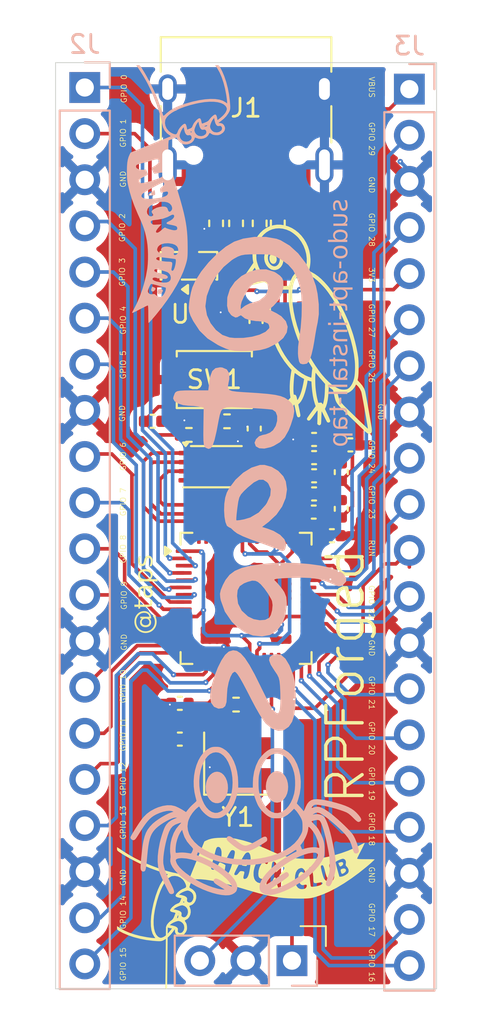
<source format=kicad_pcb>
(kicad_pcb (version 20241229) (generator "pcbnew") (generator_version "9.0")
  (layers (0 "F.Cu" jumper) (2 "B.Cu" signal) (13 "F.Paste" user) (15 "B.Paste" user) (5 "F.SilkS" user "F.Silkscreen") (7 "B.SilkS" user "B.Silkscreen") (1 "F.Mask" user) (3 "B.Mask" user) (25 "Edge.Cuts" user))
  (net 0 "")
  (net 1 "+1V1")
  (net 2 "+3V3")
  (net 3 "VBUS")
  (net 4 "Net-(C15-Pad1)")
  (net 5 "XIN")
  (net 6 "Net-(J1-CC1)")
  (net 7 "D -")
  (net 8 "D +")
  (net 9 "Net-(J1-CC2)")
  (net 10 "GPIO 3")
  (net 11 "GPI 10")
  (net 12 "GPI 14")
  (net 13 "GPIO 7")
  (net 14 "GPIO 4")
  (net 15 "GPIO 9")
  (net 16 "GPIO 2")
  (net 17 "GPI 13")
  (net 18 "GPI 15")
  (net 19 "GPI 0")
  (net 20 "GPIO 6")
  (net 21 "GPIO 8")
  (net 22 "GPIO 5")
  (net 23 "GPI 11")
  (net 24 "GPIO 1")
  (net 25 "GPI 12")
  (net 26 "GPI 21")
  (net 27 "GPI 23")
  (net 28 "GPI 28")
  (net 29 "GPI 19")
  (net 30 "GPI 24")
  (net 31 "GPI 18")
  (net 32 "GPI 20")
  (net 33 "GPI 22")
  (net 34 "GPI 29")
  (net 35 "GPI 16")
  (net 36 "GPI 26")
  (net 37 "RUN")
  (net 38 "GPI 27")
  (net 39 "GPI 17")
  (net 40 "SWD")
  (net 41 "SWCLK")
  (net 42 "Net-(U1-USB_DP)")
  (net 43 "Net-(U1-USB_DM)")
  (net 44 "XOUT")
  (net 45 "QSPI_SS")
  (net 46 "Net-(R7-Pad2)")
  (net 47 "QSPI_SD2")
  (net 48 "QSPI_SD1")
  (net 49 "QSPI_SD3")
  (net 51 "QSPI_SCLK")
  (net 52 "QSPI_SD0")
  (net 53 "GND")
  (footprint "Capacitor_SMD:C_0402_1005Metric" (layer "F.Cu") (at 66.7 40.9 90)
    (property "Reference" "C9" (hide yes))
    (property "Value" "0.1uF")
  )
  (footprint "Capacitor_SMD:C_0402_1005Metric" (layer "F.Cu") (at 62.6 56.03 180)
    (property "Reference" "C16" (hide yes))
    (property "Value" "33pF")
  )
  (footprint "Capacitor_SMD:C_0402_1005Metric" (layer "F.Cu") (at 71.5 45.32 90)
    (property "Reference" "C5" (hide yes))
    (property "Value" "0.1uF")
  )
  (footprint "Capacitor_SMD:C_0402_1005Metric" (layer "F.Cu") (at 70 42.5 180)
    (property "Reference" "C7" (hide yes))
    (property "Value" "0.1uF")
  )
  (footprint "Capacitor_SMD:C_0402_1005Metric" (layer "F.Cu") (at 70 41.5 180)
    (property "Reference" "C11" (hide yes))
    (property "Value" "0.1uF")
  )
  (footprint "NEW RES:R_0402_1005Metric" (layer "F.Cu") (at 63.1 41.25 180)
    (property "Reference" "R6" (hide yes))
    (property "Value" "10k")
  )
  (footprint "NEW RES:R_0402_1005Metric" (layer "F.Cu") (at 68 29.6 -90)
    (property "Reference" "R1" (hide yes))
    (property "Value" "5.1k")
  )
  (footprint "NEW RES:R_0402_1005Metric" (layer "F.Cu") (at 67 29.6 -90)
    (property "Reference" "R4" (hide yes))
    (property "Value" "27")
  )
  (footprint "Capacitor_SMD:C_0402_1005Metric" (layer "F.Cu") (at 69.98 45.5)
    (property "Reference" "C3" (hide yes))
    (property "Value" "0.1uF")
  )
  (footprint "NEW RES:R_0402_1005Metric" (layer "F.Cu") (at 65.2 40.5)
    (property "Reference" "R7" (hide yes))
    (property "Value" "1k")
  )
  (footprint "Capacitor_SMD:C_0201_0603Metric" (layer "F.Cu") (at 62.8 29.3)
    (property "Reference" "C13" (hide yes))
    (property "Value" "10uF")
  )
  (footprint "Capacitor_SMD:C_0402_1005Metric" (layer "F.Cu") (at 70.98 46.8)
    (property "Reference" "C10" (hide yes))
    (property "Value" "0.1uF")
  )
  (footprint "Package_SON:Winbond_USON-8-1EP_3x2mm_P0.5mm_EP0.2x1.6mm" (layer "F.Cu") (at 64.4 43)
    (property "Reference" "U3" (hide yes))
    (property "Value" "W25Q128JVS")
  )
  (footprint "Connector_USB:USB_C_Receptacle_HRO_TYPE-C-31-M-12" (layer "F.Cu") (at 66.25 23.25 180)
    (property "Reference" "J1")
    (property "Value" "USB_C_Receptacle_USB2.0_14P")
  )
  (footprint "LOGO" (layer "F.Cu") (at 66.25 66.25)
    (property "Reference" "G***" (hide yes))
    (property "Value" "LOGO" (hide yes))
  )
  (footprint "Capacitor_SMD:C_0402_1005Metric" (layer "F.Cu") (at 70 43.5)
    (property "Reference" "C1" (hide yes))
    (property "Value" "1uF")
  )
  (footprint "Capacitor_SMD:C_0402_1005Metric" (layer "F.Cu") (at 62.6 58 180)
    (property "Reference" "C15" (hide yes))
    (property "Value" "33pF")
  )
  (footprint "LOGO" (layer "F.Cu") (at 69.5 35.5)
    (property "Reference" "G***" (hide yes))
    (property "Value" "LOGO" (hide yes))
  )
  (footprint "Button_Switch_SMD:SW_Push_SPST_NO_Alps_SKRK" (layer "F.Cu") (at 64.5 38.2)
    (property "Reference" "SW1")
    (property "Value" "SW_Push")
  )
  (footprint "NEW RES:R_0402_1005Metric" (layer "F.Cu") (at 64.6 29.6 -90)
    (property "Reference" "R2" (hide yes))
    (property "Value" "5.1k")
  )
  (footprint "Capacitor_SMD:C_0402_1005Metric" (layer "F.Cu") (at 71.5 43.3 90)
    (property "Reference" "C8" (hide yes))
    (property "Value" "0.1uF")
  )
  (footprint "NEW RES:R_0402_1005Metric" (layer "F.Cu") (at 65.7 29.6 -90)
    (property "Reference" "R3" (hide yes))
    (property "Value" "27")
  )
  (footprint "Package_TO_SOT_SMD:SOT-23" (layer "F.Cu") (at 63.1 31.9375 90)
    (property "Reference" "U4")
    (property "Value" "MCP1700x-330xxTT")
  )
  (footprint "Capacitor_SMD:C_0402_1005Metric" (layer "F.Cu") (at 66.8 34.98 90)
    (property "Reference" "C4" (hide yes))
    (property "Value" "10uF")
  )
  (footprint "Crystal:Crystal_SMD_3225-4Pin_3.2x2.5mm" (layer "F.Cu") (at 66 59.35)
    (property "Reference" "Y1")
    (property "Value" "12 MHz")
  )
  (footprint "Capacitor_SMD:C_0402_1005Metric" (layer "F.Cu") (at 72 41.8)
    (property "Reference" "C6" (hide yes))
    (property "Value" "0.1uF")
  )
  (footprint "Capacitor_SMD:C_0402_1005Metric" (layer "F.Cu") (at 70 44.5)
    (property "Reference" "C2" (hide yes))
    (property "Value" "0.1uF")
  )
  (footprint "Capacitor_SMD:C_0201_0603Metric" (layer "F.Cu") (at 65.1 33.6 90)
    (property "Reference" "C14" (hide yes))
    (property "Value" "10uF")
  )
  (footprint "Package_DFN_QFN:QFN-56-1EP_7x7mm_P0.4mm_EP3.2x3.2mm" (layer "F.Cu") (at 66.25 50.25)
    (property "Reference" "U1" (hide yes))
    (property "Value" "RP2040")
  )
  (footprint "NEW RES:R_0402_1005Metric" (layer "F.Cu") (at 65.7 56.1)
    (property "Reference" "R5" (hide yes))
    (property "Value" "1k")
  )
  (footprint "Capacitor_SMD:C_0402_1005Metric" (layer "F.Cu") (at 61.1 40.5)
    (property "Reference" "C17" (hide yes))
    (property "Value" "0.1uF")
  )
  (footprint "Connector_PinHeader_2.54mm:PinHeader_1x20_P2.54mm_Vertical" (layer "B.Cu") (at 57.36 22.12 180)
    (property "Reference" "J2")
    (property "Value" "Conn_01x20")
  )
  (footprint "LOGO" (layer "B.Cu") (at 66.083721 43.75 -90)
    (property "Reference" "G***" (hide yes))
    (property "Value" "LOGO" (hide yes))
  )
  (footprint "Connector_PinHeader_2.54mm:PinHeader_1x03_P2.54mm_Vertical" (layer "B.Cu") (at 68.78 70.2 90)
    (property "Reference" "J4" (hide yes))
    (property "Value" "Conn_01x03" (hide yes))
  )
  (footprint "LOGO" (layer "B.Cu") (at 66.25 62.5 180)
    (property "Reference" "G***" (hide yes))
    (property "Value" "LOGO" (hide yes))
  )
  (footprint "Connector_PinHeader_2.54mm:PinHeader_1x20_P2.54mm_Vertical" (layer "B.Cu") (at 75.25 22.21 180)
    (property "Reference" "J3")
    (property "Value" "Conn_01x20")
  )
  (footprint "LOGO" (layer "B.Cu") (at 62.5 28 -90)
    (property "Reference" "G***" (hide yes))
    (property "Value" "LOGO" (hide yes))
  )
  (gr_line (start 70.55 68.3) (end 70.6 68.3) (stroke (width 0.1)) (layer "F.SilkS"))
  (gr_line (start 70.6 68.3) (end 70.65 68.3) (stroke (width 0.1)) (layer "F.SilkS"))
  (gr_line (start 70.65 68.3) (end 70.65 69.4) (stroke (width 0.1)) (layer "F.SilkS"))
  (gr_line (start 69.25 68.3) (end 70.55 68.3) (stroke (width 0.1)) (layer "F.SilkS"))
  (gr_line (start 61.884859 68.351076) (end 61.85 71.7) (stroke (width 0.1)) (layer "F.SilkS"))
  (gr_rect (start 55.75 20.75) (end 76.75 71.75) (stroke (width 0.05)) (fill no) (layer "Edge.Cuts"))
  (gr_text "GPIO 19" (at 73 59.5 270) (layer "F.SilkS") (effects (font (size 0.3 0.3) (thickness 0.0375)) (justify left bottom)))
  (gr_text "GPIO 27" (at 73 34 270) (layer "F.SilkS") (effects (font (size 0.3 0.3) (thickness 0.0375)) (justify left bottom)))
  (gr_text "GND" (at 59.7 53.15 90) (layer "F.SilkS") (effects (font (size 0.3 0.3) (thickness 0.0375)) (justify left bottom)))
  (gr_text "GPIO 22" (at 73 49.5 270) (layer "F.SilkS") (effects (font (size 0.3 0.3) (thickness 0.0375)) (justify left bottom)))
  (gr_text "GPIO 20" (at 73 57 270) (layer "F.SilkS") (effects (font (size 0.3 0.3) (thickness 0.0375)) (justify left bottom)))
  (gr_text "GPIO 4" (at 59.65 35.75 90) (layer "F.SilkS") (effects (font (size 0.3 0.3) (thickness 0.0375)) (justify left bottom)))
  (gr_text "RPForged" (at 72.9 61.7 90) (layer "F.SilkS") (effects (font (size 2 2) (thickness 0.1875) (bold yes)) (justify left bottom)))
  (gr_text "GPIO 5" (at 59.65 38.2 90) (layer "F.SilkS") (effects (font (size 0.3 0.3) (thickness 0.0375)) (justify left bottom)))
  (gr_text "GPIO 6" (at 59.65 43.25 90) (layer "F.SilkS") (effects (font (size 0.3 0.3) (thickness 0.0375)) (justify left bottom)))
  (gr_text "GPIO 7" (at 59.65 45.75 90) (layer "F.SilkS") (effects (font (size 0.3 0.3) (thickness 0.0375)) (justify left bottom)))
  (gr_text "GPIO 3" (at 59.6 33.1 90) (layer "F.SilkS") (effects (font (size 0.3 0.3) (thickness 0.0375)) (justify left bottom)))
  (gr_text "GPIO 13" (at 59.65 63.55 90) (layer "F.SilkS") (effects (font (size 0.3 0.3) (thickness 0.0375)) (justify left bottom)))
  (gr_text "GPIO 1" (at 59.65 25.45 90) (layer "F.SilkS") (effects (font (size 0.3 0.3) (thickness 0.0375)) (justify left bottom)))
  (gr_text "GPIO 15" (at 59.65 71.35 90) (layer "F.SilkS") (effects (font (size 0.3 0.3) (thickness 0.0375)) (justify left bottom)))
  (gr_text "GPIO 12" (at 59.65 61.15 90) (layer "F.SilkS") (effects (font (size 0.3 0.3) (thickness 0.0375)) (justify left bottom)))
  (gr_text "GPIO 18" (at 73 62 270) (layer "F.SilkS") (effects (font (size 0.3 0.3) (thickness 0.0375)) (justify left bottom)))
  (gr_text "GPIO 17" (at 73 67 270) (layer "F.SilkS") (effects (font (size 0.3 0.3) (thickness 0.0375)) (justify left bottom)))
  (gr_text "GPIO 14" (at 59.65 68.5 90) (layer "F.SilkS") (effects (font (size 0.3 0.3) (thickness 0.0375)) (justify left bottom)))
  (gr_text "GND" (at 73 52.5 270) (layer "F.SilkS") (effects (font (size 0.3 0.3) (thickness 0.0375)) (justify left bottom)))
  (gr_text "3V3" (at 73 32 270) (layer "F.SilkS") (effects (font (size 0.3 0.3) (thickness 0.0375)) (justify left bottom)))
  (gr_text "GND" (at 59.65 27.65 90) (layer "F.SilkS") (effects (font (size 0.3 0.3) (thickness 0.0375)) (justify left bottom)))
  (gr_text "GPIO 29" (at 73 24 270) (layer "F.SilkS") (effects (font (size 0.3 0.3) (thickness 0.0375)) (justify left bottom)))
  (gr_text "GPIO 28" (at 73 29 270) (layer "F.SilkS") (effects (font (size 0.3 0.3) (thickness 0.0375)) (justify left bottom)))
  (gr_text "GPIO 2" (at 59.6 30.65 90) (layer "F.SilkS") (effects (font (size 0.3 0.3) (thickness 0.0375)) (justify left bottom)))
  (gr_text "VBUS" (at 73 21.5 270) (layer "F.SilkS") (effects (font (size 0.3 0.3) (thickness 0.0375)) (justify left bottom)))
  (gr_text "GPIO 26" (at 73 36.5 270) (layer "F.SilkS") (effects (font (size 0.3 0.3) (thickness 0.0375)) (justify left bottom)))
  (gr_text "GPIO 16" (at 73 69.5 270) (layer "F.SilkS") (effects (font (size 0.3 0.3) (thickness 0.0375)) (justify left bottom)))
  (gr_text "GND" (at 73 65 270) (layer "F.SilkS") (effects (font (size 0.3 0.3) (thickness 0.0375)) (justify left bottom)))
  (gr_text "@taps" (at 61.25 52.25 90) (layer "F.SilkS") (effects (font (size 1 1) (thickness 0.1875)) (justify left bottom)))
  (gr_text "GND" (at 73 27 270) (layer "F.SilkS") (effects (font (size 0.3 0.3) (thickness 0.0375)) (justify left bottom)))
  (gr_text "GPIO 9" (at 59.7 50.9 90) (layer "F.SilkS") (effects (font (size 0.3 0.3) (thickness 0.0375)) (justify left bottom)))
  (gr_text "GPIO 8" (at 59.65 48.35 90) (layer "F.SilkS") (effects (font (size 0.3 0.3) (thickness 0.0375)) (justify left bottom)))
  (gr_text "GPIO 11" (at 59.65 58.7 90) (layer "F.SilkS") (effects (font (size 0.3 0.3) (thickness 0.0375)) (justify left bottom)))
  (gr_text "GPIO 24" (at 73 41.5 270) (layer "F.SilkS") (effects (font (size 0.3 0.3) (thickness 0.0375)) (justify left bottom)))
  (gr_text "GND" (at 73.5 39.5 270) (layer "F.SilkS") (effects (font (size 0.3 0.3) (thickness 0.0375)) (justify left bottom)))
  (gr_text "GND" (at 59.65 66.1 90) (layer "F.SilkS") (effects (font (size 0.3 0.3) (thickness 0.0375)) (justify left bottom)))
  (gr_text "GPIO 10" (at 59.65 56.05 90) (layer "F.SilkS") (effects (font (size 0.3 0.3) (thickness 0.0375)) (justify left bottom)))
  (gr_text "GPIO 23" (at 73 44 270) (layer "F.SilkS") (effects (font (size 0.3 0.3) (thickness 0.0375)) (justify left bottom)))
  (gr_text "RUN" (at 73 47 270) (layer "F.SilkS") (effects (font (size 0.3 0.3) (thickness 0.0375)) (justify left bottom)))
  (gr_text "GND" (at 59.6 40.55 90) (layer "F.SilkS") (effects (font (size 0.3 0.3) (thickness 0.0375)) (justify left bottom)))
  (gr_text "GPIO 0" (at 59.7 23 90) (layer "F.SilkS") (effects (font (size 0.3 0.3) (thickness 0.0375)) (justify left bottom)))
  (gr_text "GPIO 21" (at 73 54.5 270) (layer "F.SilkS") (effects (font (size 0.3 0.3) (thickness 0.0375)) (justify left bottom)))
  (gr_text "sudo-apt-install-tap" (at 72 28.25 90) (layer "B.SilkS") (effects (font (size 1 1) (thickness 0.1875)) (justify left bottom mirror)))
  (segment (start 68.05 45.85) (end 68.05 46.8125) (width 0.2) (layer "F.Cu") (net 1))
  (segment (start 67 53.002226) (end 67 52.75) (width 0.2) (layer "F.Cu") (net 1))
  (segment (start 68.4 45.5) (end 68.05 45.85) (width 0.2) (layer "F.Cu") (net 1))
  (segment (start 66.85 53.6875) (end 66.85 53.152226) (width 0.2) (layer "F.Cu") (net 1))
  (segment (start 66.05 46.8125) (end 66.05 47.65) (width 0.2) (layer "F.Cu") (net 1))
  (segment (start 68.05 47.403703) (end 67.918873 47.53483) (width 0.2) (layer "F.Cu") (net 1))
  (segment (start 69.52 43.5) (end 69.52 45.48) (width 0.2) (layer "F.Cu") (net 1))
  (segment (start 69.5 45.5) (end 68.4 45.5) (width 0.2) (layer "F.Cu") (net 1))
  (segment (start 69.52 45.48) (end 69.5 45.5) (width 0.2) (layer "F.Cu") (net 1))
  (segment (start 66.85 53.152226) (end 67 53.002226) (width 0.2) (layer "F.Cu") (net 1))
  (segment (start 68.05 46.8125) (end 68.05 47.403703) (width 0.2) (layer "F.Cu") (net 1))
  (segment (start 66.05 47.65) (end 66.2 47.8) (width 0.2) (layer "F.Cu") (net 1))
  (via micro (at 66.2 47.8) (size 0.3) (drill 0.1) (layers "F.Cu" "B.Cu") (net 1))
  (via micro (at 67.918873 47.53483) (size 0.3) (drill 0.1) (layers "F.Cu" "B.Cu") (net 1))
  (via micro (at 67 52.75) (size 0.3) (drill 0.1) (layers "F.Cu" "B.Cu") (net 1))
  (segment (start 68.651002 48.313191) (end 68.651002 52.116098) (width 0.2) (layer "B.Cu") (net 1))
  (segment (start 67.653703 47.8) (end 67.918873 47.53483) (width 0.2) (layer "B.Cu") (net 1))
  (segment (start 68.137811 47.8) (end 68.651002 48.313191) (width 0.2) (layer "B.Cu") (net 1))
  (segment (start 66.2 47.8) (end 66.6 47.8) (width 0.2) (layer "B.Cu") (net 1))
  (segment (start 66.6 47.8) (end 68.137811 47.8) (width 0.2) (layer "B.Cu") (net 1))
  (segment (start 68.651002 52.116098) (end 68.0171 52.75) (width 0.2) (layer "B.Cu") (net 1))
  (segment (start 68.0171 52.75) (end 67 52.75) (width 0.2) (layer "B.Cu") (net 1))
  (segment (start 66.6 47.8) (end 67.653703 47.8) (width 0.2) (layer "B.Cu") (net 1))
  (segment (start 66.7 41.722) (end 67.378 42.4) (width 0.2) (layer "F.Cu") (net 2))
  (segment (start 68.200002 51.7) (end 68.200002 51.499998) (width 0.2) (layer "F.Cu") (net 2))
  (segment (start 70.5 46.8) (end 70.5 46.8375) (width 0.2) (layer "F.Cu") (net 2))
  (segment (start 61.37 41.25) (end 60.62 40.5) (width 0.2) (layer "F.Cu") (net 2))
  (segment (start 64.455 33.28) (end 64.05 32.875) (width 0.2) (layer "F.Cu") (net 2))
  (segment (start 66.78 33.28) (end 66.85 33.35) (width 0.2) (layer "F.Cu") (net 2))
  (segment (start 72.111 44.391) (end 72.111 45.189) (width 0.2) (layer "F.Cu") (net 2))
  (segment (start 74.37 33.25) (end 75.25 32.37) (width 0.2) (layer "F.Cu") (net 2))
  (segment (start 69.2 33.25) (end 74.37 33.25) (width 0.2) (layer "F.Cu") (net 2))
  (segment (start 66.9 47.7) (end 66.45 47.25) (width 0.2) (layer "F.Cu") (net 2))
  (segment (start 70.5 46.8) (end 71.5 45.8) (width 0.2) (layer "F.Cu") (net 2))
  (segment (start 60.62 40.5) (end 61.42 39.7) (width 0.2) (layer "F.Cu") (net 2))
  (segment (start 66.848 46.8105) (end 66.85 46.8125) (width 0.2) (layer "F.Cu") (net 2))
  (segment (start 66.45 47.25) (end 66.45 46.8125) (width 0.2) (layer "F.Cu") (net 2))
  (segment (start 67.378 40.702) (end 67.378 36.038) (width 0.2) (layer "F.Cu") (net 2))
  (segment (start 68.85 46.8125) (end 68.45 46.8125) (width 0.2) (layer "F.Cu") (net 2))
  (segment (start 66.8 35.46) (end 67.378 36.038) (width 0.2) (layer "F.Cu") (net 2))
  (segment (start 63.5 39.7) (end 64.05 39.15) (width 0.2) (layer "F.Cu") (net 2))
  (segment (start 67.378 42.4) (end 67.378 44.7878) (width 0.2) (layer "F.Cu") (net 2))
  (segment (start 70.48 42.5) (end 70.82 42.5) (width 0.2) (layer "F.Cu") (net 2))
  (segment (start 66.7 41.38) (end 67.378 40.702) (width 0.2) (layer "F.Cu") (net 2))
  (segment (start 65.1 33.28) (end 64.455 33.28) (width 0.2) (layer "F.Cu") (net 2))
  (segment (start 63.75 47.65) (end 63.8 47.7) (width 0.2) (layer "F.Cu") (net 2))
  (segment (start 67.378 44.7878) (end 66.848 45.3178) (width 0.2) (layer "F.Cu") (net 2))
  (segment (start 66.7 41.38) (end 66.7 41.722) (width 0.2) (layer "F.Cu") (net 2))
  (segment (start 64.05 36.1) (end 64.05 32.875) (width 0.2) (layer "F.Cu") (net 2))
  (segment (start 63.55 51.25) (end 62.8125 51.25) (width 0.2) (layer "F.Cu") (net 2))
  (segment (start 62.59 41.25) (end 61.37 41.25) (width 0.2) (layer "F.Cu") (net 2))
  (segment (start 66 52.3) (end 66.45 52.75) (width 0.2) (layer "F.Cu") (net 2))
  (segment (start 70.48 41.5) (end 70.48 42.5) (width 0.2) (layer "F.Cu") (net 2))
  (segment (start 71.52 41.8) (end 72.111 42.391) (width 0.2) (layer "F.Cu") (net 2))
  (segment (start 64.05 39.15) (end 64.05 36.1) (width 0.2) (layer "F.Cu") (net 2))
  (segment (start 72.111 42.391) (end 72.111 43.169) (width 0.2) (layer "F.Cu") (net 2))
  (segment (start 68.1 48.4) (end 67.4 47.7) (width 0.2) (layer "F.Cu") (net 2))
  (segment (start 72.111 43.169) (end 71.5 43.78) (width 0.2) (layer "F.Cu") (net 2))
  (segment (start 70.5 46.8375) (end 69.6875 47.65) (width 0.2) (layer "F.Cu") (net 2))
  (segment (start 66.8 35.46) (end 64.69 35.46) (width 0.2) (layer "F.Cu") (net 2))
  (segment (start 62.8125 47.65) (end 63.75 47.65) (width 0.2) (layer "F.Cu") (net 2))
  (segment (start 61.42 39.7) (end 63.5 39.7) (width 0.2) (layer "F.Cu") (net 2))
  (segment (start 66.45 52.75) (end 66.45 53.6875) (width 0.2) (layer "F.Cu") (net 2))
  (segment (start 64.69 35.46) (end 64.05 36.1) (width 0.2) (layer "F.Cu") (net 2))
  (segment (start 63.9 50.9) (end 63.55 51.25) (width 0.2) (layer "F.Cu") (net 2))
  (segment (start 68.200002 51.499998) (end 68.45 51.25) (width 0.2) (layer "F.Cu") (net 2))
  (segment (start 68.1 48.4) (end 68.8 47.7) (width 0.2) (layer "F.Cu") (net 2))
  (segment (start 65.1 33.28) (end 66.78 33.28) (width 0.2) (layer "F.Cu") (net 2))
  (segment (start 72.111 45.189) (end 71.5 45.8) (width 0.2) (layer "F.Cu") (net 2))
  (segment (start 69.6875 47.65) (end 68.85 46.8125) (width 0.2) (layer "F.Cu") (net 2))
  (segment (start 66.85 46.8125) (end 66.45 46.8125) (width 0.2) (layer "F.Cu") (net 2))
  (segment (start 68.8 46.8625) (end 68.85 46.8125) (width 0.2) (layer "F.Cu") (net 2))
  (segment (start 67.4 47.7) (end 66.9 47.7) (width 0.2) (layer "F.Cu") (net 2))
  (segment (start 70.82 42.5) (end 71.52 41.8) (width 0.2) (layer "F.Cu") (net 2))
  (segment (start 66.848 45.3178) (end 66.848 46.8105) (width 0.2) (layer "F.Cu") (net 2))
  (segment (start 68.8 47.7) (end 68.8 46.8625) (width 0.2) (layer "F.Cu") (net 2))
  (segment (start 71.5 43.78) (end 72.111 44.391) (width 0.2) (layer "F.Cu") (net 2))
  (segment (start 68.45 51.25) (end 69.6875 51.25) (width 0.2) (layer "F.Cu") (net 2))
  (via micro (at 68.200002 51.7) (size 0.3) (drill 0.1) (layers "F.Cu" "B.Cu") (net 2))
  (via micro (at 66 52.3) (size 0.3) (drill 0.1) (layers "F.Cu" "B.Cu") (net 2))
  (via micro (at 69.2 33.25) (size 0.3) (drill 0.1) (layers "F.Cu" "B.Cu") (net 2))
  (via micro (at 66.85 33.35) (size 0.3) (drill 0.1) (layers "F.Cu" "B.Cu") (net 2))
  (via micro (at 63.8 47.7) (size 0.3) (drill 0.1) (layers "F.Cu" "B.Cu") (net 2))
  (via micro (at 63.9 50.9) (size 0.3) (drill 0.1) (layers "F.Cu" "B.Cu") (net 2))
  (via micro (at 68.1 48.4) (size 0.3) (drill 0.1) (layers "F.Cu" "B.Cu") (net 2))
  (segment (start 63.9 47.8) (end 63.9 50.7) (width 0.2) (layer "B.Cu") (net 2))
  (segment (start 65.7 52.3) (end 67.9 52.3) (width 0.2) (layer "B.Cu") (net 2))
  (segment (start 64.1 52.3) (end 65.3 52.3) (width 0.2) (layer "B.Cu") (net 2))
  (segment (start 63.9 52.1) (end 64.1 52.3) (width 0.2) (layer "B.Cu") (net 2))
  (segment (start 68.200002 51.999998) (end 68.200002 51.7) (width 0.2) (layer "B.Cu") (net 2))
  (segment (start 65.7 52.3) (end 66 52.3) (width 0.2) (layer "B.Cu") (net 2))
  (segment (start 68.1 52.1) (end 68.200002 51.999998) (width 0.2) (layer "B.Cu") (net 2))
  (segment (start 65.3 52.3) (end 65.7 52.3) (width 0.2) (layer "B.Cu") (net 2))
  (segment (start 66.85 33.35) (end 69.1 33.35) (width 0.2) (layer "B.Cu") (net 2))
  (segment (start 69.1 33.35) (end 69.2 33.25) (width 0.2) (layer "B.Cu") (net 2))
  (segment (start 68.1 52.1) (end 68.1 48.4) (width 0.2) (layer "B.Cu") (net 2))
  (segment (start 67.9 52.3) (end 68.1 52.1) (width 0.2) (layer "B.Cu") (net 2))
  (segment (start 63.9 50.7) (end 63.9 50.9) (width 0.2) (layer "B.Cu") (net 2))
  (segment (start 63.9 50.7) (end 63.9 52.1) (width 0.2) (layer "B.Cu") (net 2))
  (segment (start 63.8 47.7) (end 63.9 47.8) (width 0.2) (layer "B.Cu") (net 2))
  (segment (start 68.59 26.26) (end 68.198 25.868) (width 0.2) (layer "F.Cu") (net 3))
  (segment (start 70.803702 23.301) (end 74.159 23.301) (width 0.2) (layer "F.Cu") (net 3))
  (segment (start 74.159 23.301) (end 75.25 22.21) (width 0.2) (layer "F.Cu") (net 3))
  (segment (start 63.1 29.32) (end 63.12 29.3) (width 0.2) (layer "F.Cu") (net 3))
  (segment (start 68.59 26.26) (end 68.514 26.184) (width 0.2) (layer "F.Cu") (net 3))
  (segment (start 68.7 27.295) (end 68.7 26.37) (width 0.2) (layer "F.Cu") (net 3))
  (segment (start 68.7 26.37) (end 68.59 26.26) (width 0.2) (layer "F.Cu") (net 3))
  (segment (start 63.8 26.295298) (end 63.8 27.295) (width 0.2) (layer "F.Cu") (net 3))
  (segment (start 68.198 25.868) (end 64.227298 25.868) (width 0.2) (layer "F.Cu") (net 3))
  (segment (start 63.8 28.62) (end 63.8 27.295) (width 0.2) (layer "F.Cu") (net 3))
  (segment (start 63.1 31) (end 63.1 29.32) (width 0.2) (layer "F.Cu") (net 3))
  (segment (start 64.227298 25.868) (end 63.8 26.295298) (width 0.2) (layer "F.Cu") (net 3))
  (segment (start 63.12 29.3) (end 63.8 28.62) (width 0.2) (layer "F.Cu") (net 3))
  (segment (start 68.514 26.184) (end 68.514 25.590702) (width 0.2) (layer "F.Cu") (net 3))
  (segment (start 68.514 25.590702) (end 70.803702 23.301) (width 0.2) (layer "F.Cu") (net 3))
  (segment (start 64.9 58.5) (end 64.9 58.4) (width 0.2) (layer "F.Cu") (net 4))
  (segment (start 63.08 58) (end 64.4 58) (width 0.2) (layer "F.Cu") (net 4))
  (segment (start 64.4 58) (end 64.9 58.5) (width 0.2) (layer "F.Cu") (net 4))
  (segment (start 64.9 58.4) (end 65.19 58.11) (width 0.2) (layer "F.Cu") (net 4))
  (segment (start 65.19 58.11) (end 65.19 56.1) (width 0.2) (layer "F.Cu") (net 4))
  (segment (start 66.6 61.6) (end 67.1 61.1) (width 0.2) (layer "F.Cu") (net 5))
  (segment (start 62.6 57) (end 62.18245 57) (width 0.2) (layer "F.Cu") (net 5))
  (segment (start 62.4 61.6) (end 66.6 61.6) (width 0.2) (layer "F.Cu") (net 5))
  (segment (start 62.18245 57) (end 61.539 57.64345) (width 0.2) (layer "F.Cu") (net 5))
  (segment (start 63.08 56.52) (end 62.6 57) (width 0.2) (layer "F.Cu") (net 5))
  (segment (start 65.65 54.548645) (end 64.168645 56.03) (width 0.2) (layer "F.Cu") (net 5))
  (segment (start 64.168645 56.03) (end 63.08 56.03) (width 0.2) (layer "F.Cu") (net 5))
  (segment (start 61.539 57.64345) (end 61.539 60.739) (width 0.2) (layer "F.Cu") (net 5))
  (segment (start 61.539 60.739) (end 62.4 61.6) (width 0.2) (layer "F.Cu") (net 5))
  (segment (start 65.65 53.6875) (end 65.65 54.548645) (width 0.2) (layer "F.Cu") (net 5))
  (segment (start 67.1 61.1) (end 67.1 60.2) (width 0.2) (layer "F.Cu") (net 5))
  (segment (start 63.08 56.03) (end 63.08 56.52) (width 0.2) (layer "F.Cu") (net 5))
  (segment (start 68 29.09) (end 67.5 28.59) (width 0.2) (layer "F.Cu") (net 6))
  (segment (start 67.5 28.59) (end 67.5 27.295) (width 0.2) (layer "F.Cu") (net 6))
  (segment (start 67 28.2) (end 67 27.295) (width 0.2) (layer "F.Cu") (net 7))
  (segment (start 67 27.295) (end 67 29.09) (width 0.2) (layer "F.Cu") (net 7))
  (segment (start 66.879 28.321) (end 67 28.2) (width 0.2) (layer "F.Cu") (net 7))
  (segment (start 66 27.295) (end 66 28.272) (width 0.2) (layer "F.Cu") (net 7))
  (segment (start 66.049 28.321) (end 66.879 28.321) (width 0.2) (layer "F.Cu") (net 7))
  (segment (start 66 28.272) (end 66.049 28.321) (width 0.2) (layer "F.Cu") (net 7))
  (segment (start 66.451 26.269) (end 66.5 26.318) (width 0.2) (layer "F.Cu") (net 8))
  (segment (start 66.5 26.318) (end 66.5 27.295) (width 0.2) (layer "F.Cu") (net 8))
  (segment (start 65.7 29.09) (end 65.5 28.89) (width 0.2) (layer "F.Cu") (net 8))
  (segment (start 65.5 26.318) (end 65.549 26.269) (width 0.2) (layer "F.Cu") (net 8))
  (segment (start 65.549 26.269) (end 66.451 26.269) (width 0.2) (layer "F.Cu") (net 8))
  (segment (start 65.5 27.295) (end 65.5 26.318) (width 0.2) (layer "F.Cu") (net 8))
  (segment (start 65.5 28.89) (end 65.5 27.295) (width 0.2) (layer "F.Cu") (net 8))
  (segment (start 64.5 28.99) (end 64.5 27.295) (width 0.2) (layer "F.Cu") (net 9))
  (segment (start 64.6 29.09) (end 64.5 28.99) (width 0.2) (layer "F.Cu") (net 9))
  (segment (start 63.413039 49.25) (end 63.45 49.213039) (width 0.2) (layer "F.Cu") (net 10))
  (segment (start 62.8125 49.25) (end 63.413039 49.25) (width 0.2) (layer "F.Cu") (net 10))
  (via micro (at 63.45 49.213039) (size 0.3) (drill 0.1) (layers "F.Cu" "B.Cu") (net 10))
  (segment (start 59.740067 41.324267) (end 59.740067 33.090067) (width 0.2) (layer "B.Cu") (net 10))
  (segment (start 61.863189 49.301) (end 60.998 48.435811) (width 0.2) (layer "B.Cu") (net 10))
  (segment (start 63.45 49.213039) (end 63.362039 49.301) (width 0.2) (layer "B.Cu") (net 10))
  (segment (start 58.93 32.28) (end 57.36 32.28) (width 0.2) (layer "B.Cu") (net 10))
  (segment (start 59.740067 33.090067) (end 58.93 32.28) (width 0.2) (layer "B.Cu") (net 10))
  (segment (start 60.998 42.5822) (end 59.740067 41.324267) (width 0.2) (layer "B.Cu") (net 10))
  (segment (start 63.362039 49.301) (end 61.863189 49.301) (width 0.2) (layer "B.Cu") (net 10))
  (segment (start 60.998 48.435811) (end 60.998 42.5822) (width 0.2) (layer "B.Cu") (net 10))
  (segment (start 62.8125 52.45) (end 60.05 52.45) (width 0.2) (layer "F.Cu") (net 11))
  (segment (start 60.05 52.45) (end 57.36 55.14) (width 0.2) (layer "F.Cu") (net 11))
  (segment (start 64.45 54.453219) (end 64.025375 54.877844) (width 0.2) (layer "F.Cu") (net 12))
  (segment (start 64.45 53.6875) (end 64.45 54.453219) (width 0.2) (layer "F.Cu") (net 12))
  (via micro (at 64.025375 54.877844) (size 0.3) (drill 0.1) (layers "F.Cu" "B.Cu") (net 12))
  (segment (start 64.025375 54.877844) (end 64.002219 54.901) (width 0.2) (layer "B.Cu") (net 12))
  (segment (start 64.002219 54.901) (end 62.063189 54.901) (width 0.2) (layer "B.Cu") (net 12))
  (segment (start 58.21 67.84) (end 57.36 67.84) (width 0.2) (layer "B.Cu") (net 12))
  (segment (start 60.3671 53.8) (end 59.501 54.6661) (width 0.2) (layer "B.Cu") (net 12))
  (segment (start 60.962189 53.8) (end 60.3671 53.8) (width 0.2) (layer "B.Cu") (net 12))
  (segment (start 62.063189 54.901) (end 60.962189 53.8) (width 0.2) (layer "B.Cu") (net 12))
  (segment (start 59.501 54.6661) (end 59.501 66.549) (width 0.2) (layer "B.Cu") (net 12))
  (segment (start 59.501 66.549) (end 58.21 67.84) (width 0.2) (layer "B.Cu") (net 12))
  (segment (start 62.8125 50.85) (end 62.277226 50.85) (width 0.2) (layer "F.Cu") (net 13))
  (segment (start 62.277226 50.85) (end 62.276226 50.851) (width 0.2) (layer "F.Cu") (net 13))
  (segment (start 61.457781 50.617746) (end 61.691035 50.851) (width 0.2) (layer "F.Cu") (net 13))
  (segment (start 61.691035 50.851) (end 62.276226 50.851) (width 0.2) (layer "F.Cu") (net 13))
  (via micro (at 61.457781 50.617746) (size 0.3) (drill 0.1) (layers "F.Cu" "B.Cu") (net 13))
  (segment (start 59.795 45.4) (end 59.795 48.954965) (width 0.2) (layer "B.Cu") (net 13))
  (segment (start 57.36 44.98) (end 59.375 44.98) (width 0.2) (layer "B.Cu") (net 13))
  (segment (start 59.375 44.98) (end 59.795 45.4) (width 0.2) (layer "B.Cu") (net 13))
  (segment (start 59.795 48.954965) (end 61.457781 50.617746) (width 0.2) (layer "B.Cu") (net 13))
  (segment (start 62.101 49.65) (end 62 49.751) (width 0.2) (layer "F.Cu") (net 14))
  (segment (start 62.8125 49.65) (end 62.101 49.65) (width 0.2) (layer "F.Cu") (net 14))
  (via micro (at 62 49.751) (size 0.3) (drill 0.1) (layers "F.Cu" "B.Cu") (net 14))
  (segment (start 60.597 48.601911) (end 60.597 42.7483) (width 0.2) (layer "B.Cu") (net 14))
  (segment (start 58.67 34.82) (end 57.36 34.82) (width 0.2) (layer "B.Cu") (net 14))
  (segment (start 59.339067 35.45) (end 59.3 35.45) (width 0.2) (layer "B.Cu") (net 14))
  (segment (start 62 49.751) (end 61.746089 49.751) (width 0.2) (layer "B.Cu") (net 14))
  (segment (start 59.3 35.45) (end 58.67 34.82) (width 0.2) (layer "B.Cu") (net 14))
  (segment (start 60.597 42.7483) (end 59.339067 41.490367) (width 0.2) (layer "B.Cu") (net 14))
  (segment (start 59.339067 41.490367) (end 59.339067 35.45) (width 0.2) (layer "B.Cu") (net 14))
  (segment (start 61.746089 49.751) (end 60.597 48.601911) (width 0.2) (layer "B.Cu") (net 14))
  (segment (start 59.66 50.06) (end 57.36 50.06) (width 0.2) (layer "F.Cu") (net 15))
  (segment (start 61.65 52.05) (end 59.66 50.06) (width 0.2) (layer "F.Cu") (net 15))
  (segment (start 62.8125 52.05) (end 61.65 52.05) (width 0.2) (layer "F.Cu") (net 15))
  (segment (start 62.8125 48.85) (end 62.05 48.85) (width 0.2) (layer "F.Cu") (net 16))
  (via micro (at 62.05 48.85) (size 0.3) (drill 0.1) (layers "F.Cu" "B.Cu") (net 16))
  (segment (start 58.65 29.508933) (end 58.65 29.5) (width 0.2) (layer "B.Cu") (net 16))
  (segment (start 61.399 48.199) (end 61.399 42.4161) (width 0.2) (layer "B.Cu") (net 16))
  (segment (start 60.141067 41.158167) (end 60.141067 31) (width 0.2) (layer "B.Cu") (net 16))
  (segment (start 57.6 29.5) (end 57.36 29.74) (width 0.2) (layer "B.Cu") (net 16))
  (segment (start 58.65 29.5) (end 57.6 29.5) (width 0.2) (layer "B.Cu") (net 16))
  (segment (start 61.399 42.4161) (end 60.141067 41.158167) (width 0.2) (layer "B.Cu") (net 16))
  (segment (start 60.141067 31) (end 58.65 29.508933) (width 0.2) (layer "B.Cu") (net 16))
  (segment (start 62.05 48.85) (end 61.399 48.199) (width 0.2) (layer "B.Cu") (net 16))
  (segment (start 62.25 54.45) (end 63.885911 54.45) (width 0.2) (layer "F.Cu") (net 17))
  (segment (start 63.885911 54.45) (end 64.05 54.285911) (width 0.2) (layer "F.Cu") (net 17))
  (segment (start 64.05 54.285911) (end 64.05 53.6875) (width 0.2) (layer "F.Cu") (net 17))
  (via micro (at 62.25 54.45) (size 0.3) (drill 0.1) (layers "F.Cu" "B.Cu") (net 17))
  (segment (start 58.64 62.76) (end 57.36 62.76) (width 0.2) (layer "B.Cu") (net 17))
  (segment (start 62.25 54.45) (end 61.1 53.3) (width 0.2) (layer "B.Cu") (net 17))
  (segment (start 59.1 54.5) (end 59.1 62.3) (width 0.2) (layer "B.Cu") (net 17))
  (segment (start 60.3 53.3) (end 59.1 54.5) (width 0.2) (layer "B.Cu") (net 17))
  (segment (start 59.1 62.3) (end 58.64 62.76) (width 0.2) (layer "B.Cu") (net 17))
  (segment (start 61.1 53.3) (end 60.3 53.3) (width 0.2) (layer "B.Cu") (net 17))
  (segment (start 64.85 54.710834) (end 64.224233 55.336601) (width 0.2) (layer "F.Cu") (net 18))
  (segment (start 64.85 53.6875) (end 64.85 54.710834) (width 0.2) (layer "F.Cu") (net 18))
  (via micro (at 64.224233 55.336601) (size 0.3) (drill 0.1) (layers "F.Cu" "B.Cu") (net 18))
  (segment (start 64.224233 55.336601) (end 64.210834 55.35) (width 0.2) (layer "B.Cu") (net 18))
  (segment (start 59.902 54.8322) (end 59.902 67.838) (width 0.2) (layer "B.Cu") (net 18))
  (segment (start 59.902 67.838) (end 57.36 70.38) (width 0.2) (layer "B.Cu") (net 18))
  (segment (start 60.796089 54.201) (end 60.5332 54.201) (width 0.2) (layer "B.Cu") (net 18))
  (segment (start 64.210834 55.35) (end 61.945089 55.35) (width 0.2) (layer "B.Cu") (net 18))
  (segment (start 61.945089 55.35) (end 60.796089 54.201) (width 0.2) (layer "B.Cu") (net 18))
  (segment (start 60.5332 54.201) (end 59.902 54.8322) (width 0.2) (layer "B.Cu") (net 18))
  (segment (start 62.05555 48.05) (end 62.047565 48.042015) (width 0.2) (layer "F.Cu") (net 19))
  (segment (start 62.8125 48.05) (end 62.05555 48.05) (width 0.2) (layer "F.Cu") (net 19))
  (via micro (at 62.047565 48.042015) (size 0.3) (drill 0.1) (layers "F.Cu" "B.Cu") (net 19))
  (segment (start 61.8 42.25) (end 60.542067 40.992067) (width 0.2) (layer "B.Cu") (net 19))
  (segment (start 60.542067 40.992067) (end 60.542067 23.135536) (width 0.2) (layer "B.Cu") (net 19))
  (segment (start 59.526531 22.12) (end 57.36 22.12) (width 0.2) (layer "B.Cu") (net 19))
  (segment (start 60.542067 23.135536) (end 59.526531 22.12) (width 0.2) (layer "B.Cu") (net 19))
  (segment (start 61.8 47.79445) (end 61.8 42.25) (width 0.2) (layer "B.Cu") (net 19))
  (segment (start 62.047565 48.042015) (end 61.8 47.79445) (width 0.2) (layer "B.Cu") (net 19))
  (segment (start 62.8125 50.45) (end 62.061189 50.45) (width 0.2) (layer "F.Cu") (net 20))
  (segment (start 60 43.45) (end 58.85 42.3) (width 0.2) (layer "F.Cu") (net 20))
  (segment (start 59.959 48.347811) (end 59.959 43.491) (width 0.2) (layer "F.Cu") (net 20))
  (segment (start 62.061189 50.45) (end 59.959 48.347811) (width 0.2) (layer "F.Cu") (net 20))
  (segment (start 58.85 42.3) (end 57.5 42.3) (width 0.2) (layer "F.Cu") (net 20))
  (segment (start 59.959 43.491) (end 60 43.45) (width 0.2) (layer "F.Cu") (net 20))
  (segment (start 57.5 42.3) (end 57.36 42.44) (width 0.2) (layer "F.Cu") (net 20))
  (segment (start 58.896289 47.52) (end 57.36 47.52) (width 0.2) (layer "F.Cu") (net 21))
  (segment (start 62.8125 51.65) (end 61.852224 51.65) (width 0.2) (layer "F.Cu") (net 21))
  (segment (start 59.558 49.355776) (end 59.558 48.181711) (width 0.2) (layer "F.Cu") (net 21))
  (segment (start 59.558 48.181711) (end 58.896289 47.52) (width 0.2) (layer "F.Cu") (net 21))
  (segment (start 61.852224 51.65) (end 59.558 49.355776) (width 0.2) (layer "F.Cu") (net 21))
  (segment (start 63.394869 50.049999) (end 62.8125 50.05) (width 0.2) (layer "F.Cu") (net 22))
  (via micro (at 63.394869 50.049999) (size 0.3) (drill 0.1) (layers "F.Cu" "B.Cu") (net 22))
  (segment (start 60.196 42.9144) (end 60.196 48.768011) (width 0.2) (layer "B.Cu") (net 22))
  (segment (start 58.938067 41.6) (end 58.938067 41.656467) (width 0.2) (layer "B.Cu") (net 22))
  (segment (start 60.196 48.768011) (end 61.629989 50.202) (width 0.2) (layer "B.Cu") (net 22))
  (segment (start 61.629989 50.202) (end 63.242868 50.202) (width 0.2) (layer "B.Cu") (net 22))
  (segment (start 58.938067 37.65) (end 58.938067 41.6) (width 0.2) (layer "B.Cu") (net 22))
  (segment (start 63.242868 50.202) (end 63.394869 50.049999) (width 0.2) (layer "B.Cu") (net 22))
  (segment (start 57.36 37.36) (end 58.648067 37.36) (width 0.2) (layer "B.Cu") (net 22))
  (segment (start 58.938067 41.656467) (end 60.196 42.9144) (width 0.2) (layer "B.Cu") (net 22))
  (segment (start 58.648067 37.36) (end 58.938067 37.65) (width 0.2) (layer "B.Cu") (net 22))
  (segment (start 58.8 54.3) (end 58.8 57.3) (width 0.2) (layer "F.Cu") (net 23))
  (segment (start 62.8125 52.85) (end 60.25 52.85) (width 0.2) (layer "F.Cu") (net 23))
  (segment (start 58.42 57.68) (end 57.36 57.68) (width 0.2) (layer "F.Cu") (net 23))
  (segment (start 60.25 52.85) (end 58.8 54.3) (width 0.2) (layer "F.Cu") (net 23))
  (segment (start 58.8 57.3) (end 58.42 57.68) (width 0.2) (layer "F.Cu") (net 23))
  (segment (start 62.8125 48.45) (end 63.45 48.45) (width 0.2) (layer "F.Cu") (net 24))
  (segment (start 60.992067 28) (end 60.95 27.957933) (width 0.2) (layer "F.Cu") (net 24))
  (segment (start 60.11 24.66) (end 57.36 24.66) (width 0.2) (layer "F.Cu") (net 24))
  (segment (start 60.95 27.957933) (end 60.95 25.5) (width 0.2) (layer "F.Cu") (net 24))
  (segment (start 60.95 25.5) (end 60.11 24.66) (width 0.2) (layer "F.Cu") (net 24))
  (via micro (at 63.45 48.45) (size 0.3) (drill 0.1) (layers "F.Cu" "B.Cu") (net 24))
  (via micro (at 60.992067 28) (size 0.3) (drill 0.1) (layers "F.Cu" "B.Cu") (net 24))
  (segment (start 62.201 42.0839) (end 60.943067 40.825967) (width 0.2) (layer "B.Cu") (net 24))
  (segment (start 62.201 47.201) (end 62.201 42.55) (width 0.2) (layer "B.Cu") (net 24))
  (segment (start 62.201 42.55) (end 62.201 42.0839) (width 0.2) (layer "B.Cu") (net 24))
  (segment (start 63.45 48.45) (end 62.201 47.201) (width 0.2) (layer "B.Cu") (net 24))
  (segment (start 60.943067 40.825967) (end 60.992067 40.776967) (width 0.2) (layer "B.Cu") (net 24))
  (segment (start 60.992067 40.776967) (end 60.992067 28) (width 0.2) (layer "B.Cu") (net 24))
  (segment (start 59.201 59.249) (end 59.1 59.35) (width 0.2) (layer "F.Cu") (net 25))
  (segment (start 63.5125 53.6875) (end 63.076 53.251) (width 0.2) (layer "F.Cu") (net 25))
  (segment (start 58.23 59.35) (end 57.36 60.22) (width 0.2) (layer "F.Cu") (net 25))
  (segment (start 59.1 59.35) (end 58.23 59.35) (width 0.2) (layer "F.Cu") (net 25))
  (segment (start 60.4161 53.251) (end 59.201 54.4661) (width 0.2) (layer "F.Cu") (net 25))
  (segment (start 59.201 54.4661) (end 59.201 59.249) (width 0.2) (layer "F.Cu") (net 25))
  (segment (start 63.076 53.251) (end 60.4161 53.251) (width 0.2) (layer "F.Cu") (net 25))
  (segment (start 63.65 53.6875) (end 63.5125 53.6875) (width 0.2) (layer "F.Cu") (net 25))
  (segment (start 71.252 52.202) (end 71.252 53.424272) (width 0.2) (layer "F.Cu") (net 26))
  (segment (start 70.7 51.65) (end 71.2 52.15) (width 0.2) (layer "F.Cu") (net 26))
  (segment (start 71.2 52.15) (end 71.252 52.202) (width 0.2) (layer "F.Cu") (net 26))
  (segment (start 71.252 53.424272) (end 70.76534 53.910932) (width 0.2) (layer "F.Cu") (net 26))
  (segment (start 69.6875 51.65) (end 70.7 51.65) (width 0.2) (layer "F.Cu") (net 26))
  (via micro (at 70.76534 53.910932) (size 0.3) (drill 0.1) (layers "F.Cu" "B.Cu") (net 26))
  (segment (start 74.93 55.55) (end 75.25 55.23) (width 0.2) (layer "B.Cu") (net 26))
  (segment (start 70.76534 54.339375) (end 71.975965 55.55) (width 0.2) (layer "B.Cu") (net 26))
  (segment (start 71.975965 55.55) (end 74.93 55.55) (width 0.2) (layer "B.Cu") (net 26))
  (segment (start 70.76534 53.910932) (end 70.76534 54.339375) (width 0.2) (layer "B.Cu") (net 26))
  (segment (start 69.6875 50.45) (end 70.772795 50.45) (width 0.2) (layer "F.Cu") (net 27))
  (segment (start 70.772795 50.45) (end 71.275963 50.953168) (width 0.2) (layer "F.Cu") (net 27))
  (via micro (at 71.275963 50.953168) (size 0.3) (drill 0.1) (layers "F.Cu" "B.Cu") (net 27))
  (segment (start 73.351 51.149) (end 74.099 50.401) (width 0.2) (layer "B.Cu") (net 27))
  (segment (start 71.471795 51.149) (end 73.351 51.149) (width 0.2) (layer "B.Cu") (net 27))
  (segment (start 74.099 46.221) (end 75.25 45.07) (width 0.2) (layer "B.Cu") (net 27))
  (segment (start 74.099 50.401) (end 74.099 46.221) (width 0.2) (layer "B.Cu") (net 27))
  (segment (start 71.275963 50.953168) (end 71.471795 51.149) (width 0.2) (layer "B.Cu") (net 27))
  (segment (start 69.6875 48.45) (end 71.05 48.45) (width 0.2) (layer "F.Cu") (net 28))
  (segment (start 71.05 48.45) (end 71.35 48.75) (width 0.2) (layer "F.Cu") (net 28))
  (via micro (at 71.35 48.75) (size 0.3) (drill 0.1) (layers "F.Cu" "B.Cu") (net 28))
  (segment (start 72.495 43.51835) (end 73.27945 42.7339) (width 0.2) (layer "B.Cu") (net 28))
  (segment (start 73.698 31.382) (end 75.25 29.83) (width 0.2) (layer "B.Cu") (net 28))
  (segment (start 73.27945 42.7339) (end 73.27945 38.17921) (width 0.2) (layer "B.Cu") (net 28))
  (segment (start 73.698 37.76066) (end 73.698 31.382) (width 0.2) (layer "B.Cu") (net 28))
  (segment (start 71.399 48.799) (end 72.1168 48.799) (width 0.2) (layer "B.Cu") (net 28))
  (segment (start 72.1168 48.799) (end 72.495 48.4208) (width 0.2) (layer "B.Cu") (net 28))
  (segment (start 71.35 48.75) (end 71.399 48.799) (width 0.2) (layer "B.Cu") (net 28))
  (segment (start 73.27945 38.17921) (end 73.698 37.76066) (width 0.2) (layer "B.Cu") (net 28))
  (segment (start 72.495 48.4208) (end 72.495 43.51835) (width 0.2) (layer "B.Cu") (net 28))
  (segment (start 70.45 53.022774) (end 70.072774 53.4) (width 0.2) (layer "F.Cu") (net 29))
  (segment (start 69.75 53.45) (end 69.75 54.527532) (width 0.2) (layer "F.Cu") (net 29))
  (segment (start 69.8 53.4) (end 69.75 53.45) (width 0.2) (layer "F.Cu") (net 29))
  (segment (start 70.25 52.45) (end 70.45 52.65) (width 0.2) (layer "F.Cu") (net 29))
  (segment (start 69.6875 52.45) (end 70.25 52.45) (width 0.2) (layer "F.Cu") (net 29))
  (segment (start 70.072774 53.4) (end 69.8 53.4) (width 0.2) (layer "F.Cu") (net 29))
  (segment (start 70.45 52.65) (end 70.45 53.022774) (width 0.2) (layer "F.Cu") (net 29))
  (via micro (at 69.75 54.527532) (size 0.3) (drill 0.1) (layers "F.Cu" "B.Cu") (net 29))
  (segment (start 71.3 59.5) (end 72.2 60.4) (width 0.2) (layer "B.Cu") (net 29))
  (segment (start 75.16 60.4) (end 75.25 60.31) (width 0.2) (layer "B.Cu") (net 29))
  (segment (start 69.75 54.527532) (end 71.3 56.077532) (width 0.2) (layer "B.Cu") (net 29))
  (segment (start 72.2 60.4) (end 75.16 60.4) (width 0.2) (layer "B.Cu") (net 29))
  (segment (start 71.3 56.077532) (end 71.3 59.5) (width 0.2) (layer "B.Cu") (net 29))
  (segment (start 69.6875 50.05) (end 71.265211 50.05) (width 0.2) (layer "F.Cu") (net 30))
  (segment (start 71.265211 50.05) (end 71.914211 50.699) (width 0.2) (layer "F.Cu") (net 30))
  (via micro (at 71.914211 50.699) (size 0.3) (drill 0.1) (layers "F.Cu" "B.Cu") (net 30))
  (segment (start 73.1849 50.748) (end 73.698 50.2349) (width 0.2) (layer "B.Cu") (net 30))
  (segment (start 73.698 50.2349) (end 73.698 44.082) (width 0.2) (layer "B.Cu") (net 30))
  (segment (start 73.698 44.082) (end 75.25 42.53) (width 0.2) (layer "B.Cu") (net 30))
  (segment (start 71.914211 50.699) (end 71.963211 50.748) (width 0.2) (layer "B.Cu") (net 30))
  (segment (start 71.963211 50.748) (end 73.1849 50.748) (width 0.2) (layer "B.Cu") (net 30))
  (segment (start 69.3 53.2375) (end 69.3 54.781784) (width 0.2) (layer "F.Cu") (net 31))
  (segment (start 69.6875 52.85) (end 69.3 53.2375) (width 0.2) (layer "F.Cu") (net 31))
  (via micro (at 69.3 54.781784) (size 0.3) (drill 0.1) (layers "F.Cu" "B.Cu") (net 31))
  (segment (start 75 63.1) (end 75.25 62.85) (width 0.2) (layer "B.Cu") (net 31))
  (segment (start 69.3 54.781784) (end 70.9 56.381784) (width 0.2) (layer "B.Cu") (net 31))
  (segment (start 71.55 63.1) (end 75 63.1) (width 0.2) (layer "B.Cu") (net 31))
  (segment (start 70.9 62.45) (end 71.55 63.1) (width 0.2) (layer "B.Cu") (net 31))
  (segment (start 70.9 56.381784) (end 70.9 62.45) (width 0.2) (layer "B.Cu") (net 31))
  (segment (start 70.851 52.4839) (end 70.851 53.188874) (width 0.2) (layer "F.Cu") (net 32))
  (segment (start 70.45 52.05) (end 70.85 52.45) (width 0.2) (layer "F.Cu") (net 32))
  (segment (start 70.85 52.4829) (end 70.851 52.4839) (width 0.2) (layer "F.Cu") (net 32))
  (segment (start 69.6875 52.05) (end 70.45 52.05) (width 0.2) (layer "F.Cu") (net 32))
  (segment (start 70.268959 53.770915) (end 70.268959 54.410094) (width 0.2) (layer "F.Cu") (net 32))
  (segment (start 70.851 53.188874) (end 70.269937 53.769937) (width 0.2) (layer "F.Cu") (net 32))
  (segment (start 70.85 52.45) (end 70.85 52.4829) (width 0.2) (layer "F.Cu") (net 32))
  (segment (start 70.269937 53.769937) (end 70.268959 53.770915) (width 0.2) (layer "F.Cu") (net 32))
  (via micro (at 70.268959 54.410094) (size 0.3) (drill 0.1) (layers "F.Cu" "B.Cu") (net 32))
  (segment (start 75.07 57.95) (end 75.25 57.77) (width 0.2) (layer "B.Cu") (net 32))
  (segment (start 72.3 57.95) (end 75.07 57.95) (width 0.2) (layer "B.Cu") (net 32))
  (segment (start 71.701 57.351) (end 72.3 57.95) (width 0.2) (layer "B.Cu") (net 32))
  (segment (start 70.268959 54.410094) (end 71.701 55.842135) (width 0.2) (layer "B.Cu") (net 32))
  (segment (start 71.701 55.842135) (end 71.701 57.351) (width 0.2) (layer "B.Cu") (net 32))
  (segment (start 69.6875 50.85) (end 70.536397 50.85) (width 0.2) (layer "F.Cu") (net 33))
  (segment (start 70.536397 50.85) (end 71.213553 51.527156) (width 0.2) (layer "F.Cu") (net 33))
  (via micro (at 71.213553 51.527156) (size 0.3) (drill 0.1) (layers "F.Cu" "B.Cu") (net 33))
  (segment (start 71.236397 51.55) (end 73.85 51.55) (width 0.2) (layer "B.Cu") (net 33))
  (segment (start 71.213553 51.527156) (end 71.236397 51.55) (width 0.2) (layer "B.Cu") (net 33))
  (segment (start 73.85 51.55) (end 75.25 50.15) (width 0.2) (layer "B.Cu") (net 33))
  (segment (start 70.9 48.05) (end 71.05 47.9) (width 0.2) (layer "F.Cu") (net 34))
  (segment (start 69.6875 48.05) (end 70.9 48.05) (width 0.2) (layer "F.Cu") (net 34))
  (via micro (at 71.05 47.9) (size 0.3) (drill 0.1) (layers "F.Cu" "B.Cu") (net 34))
  (segment (start 74.099 30.4139) (end 74.099 25.901) (width 0.2) (layer "B.Cu") (net 34))
  (segment (start 72.094 43.28445) (end 72.87845 42.5) (width 0.2) (layer "B.Cu") (net 34))
  (segment (start 73.297 31.2159) (end 74.099 30.4139) (width 0.2) (layer "B.Cu") (net 34))
  (segment (start 74.099 25.901) (end 75.25 24.75) (width 0.2) (layer "B.Cu") (net 34))
  (segment (start 72.87845 38.01311) (end 73.297 37.59456) (width 0.2) (layer "B.Cu") (net 34))
  (segment (start 71.05 47.9) (end 72.094 46.856) (width 0.2) (layer "B.Cu") (net 34))
  (segment (start 72.094 46.856) (end 72.094 43.28445) (width 0.2) (layer "B.Cu") (net 34))
  (segment (start 72.87845 42.5) (end 72.87845 38.01311) (width 0.2) (layer "B.Cu") (net 34))
  (segment (start 73.297 37.59456) (end 73.297 31.2159) (width 0.2) (layer "B.Cu") (net 34))
  (segment (start 68.45 53.6875) (end 68.45 55.363602) (width 0.2) (layer "F.Cu") (net 35))
  (segment (start 68.45 55.363602) (end 68.893199 55.806801) (width 0.2) (layer "F.Cu") (net 35))
  (via micro (at 68.893199 55.806801) (size 0.3) (drill 0.1) (layers "F.Cu" "B.Cu") (net 35))
  (segment (start 68.893199 55.806801) (end 70.05 56.963602) (width 0.2) (layer "B.Cu") (net 35))
  (segment (start 70.05 69.7) (end 70.82 70.47) (width 0.2) (layer "B.Cu") (net 35))
  (segment (start 70.82 70.47) (end 75.25 70.47) (width 0.2) (layer "B.Cu") (net 35))
  (segment (start 70.05 56.963602) (end 70.05 69.7) (width 0.2) (layer "B.Cu") (net 35))
  (segment (start 69.6875 49.25) (end 70.255065 49.25) (width 0.2) (layer "F.Cu") (net 36))
  (segment (start 70.255065 49.25) (end 70.44073 49.435665) (width 0.2) (layer "F.Cu") (net 36))
  (via micro (at 70.44073 49.435665) (size 0.3) (drill 0.1) (layers "F.Cu" "B.Cu") (net 36))
  (segment (start 70.44073 49.435665) (end 70.655065 49.65) (width 0.2) (layer "B.Cu") (net 36))
  (segment (start 73.297 43.9159) (end 74.08145 43.13145) (width 0.2) (layer "B.Cu") (net 36))
  (segment (start 74.08145 43.13145) (end 74.08145 38.61855) (width 0.2) (layer "B.Cu") (net 36))
  (segment (start 72.4 49.65) (end 73.297 48.753) (width 0.2) (layer "B.Cu") (net 36))
  (segment (start 70.655065 49.65) (end 72.4 49.65) (width 0.2) (layer "B.Cu") (net 36))
  (segment (start 74.08145 38.61855) (end 75.25 37.45) (width 0.2) (layer "B.Cu") (net 36))
  (segment (start 73.297 48.753) (end 73.297 43.9159) (width 0.2) (layer "B.Cu") (net 36))
  (segment (start 74.51 48.35) (end 75.25 47.61) (width 0.2) (layer "F.Cu") (net 37))
  (segment (start 68.05 53.6875) (end 68.05 55.6) (width 0.2) (layer "F.Cu") (net 37))
  (segment (start 68.75 56.3) (end 70.05 56.3) (width 0.2) (layer "F.Cu") (net 37))
  (segment (start 72.7 49.55) (end 73.9 48.35) (width 0.2) (layer "F.Cu") (net 37))
  (segment (start 73.9 48.35) (end 74.51 48.35) (width 0.2) (layer "F.Cu") (net 37))
  (segment (start 75.25 48.52224) (end 75.25 47.61) (width 0.2) (layer "F.Cu") (net 37))
  (segment (start 68.05 55.6) (end 68.75 56.3) (width 0.2) (layer "F.Cu") (net 37))
  (segment (start 70.05 56.3) (end 72.7 53.65) (width 0.2) (layer "F.Cu") (net 37))
  (segment (start 72.7 53.65) (end 72.7 49.55) (width 0.2) (layer "F.Cu") (net 37))
  (segment (start 69.6875 48.85) (end 70.55 48.85) (width 0.2) (layer "F.Cu") (net 38))
  (segment (start 70.55 48.85) (end 70.9 49.2) (width 0.2) (layer "F.Cu") (net 38))
  (via micro (at 70.9 49.2) (size 0.3) (drill 0.1) (layers "F.Cu" "B.Cu") (net 38))
  (segment (start 73.68045 38.34531) (end 74.099 37.92676) (width 0.2) (layer "B.Cu") (net 38))
  (segment (start 72.896 43.68445) (end 73.68045 42.9) (width 0.2) (layer "B.Cu") (net 38))
  (segment (start 73.68045 42.9) (end 73.68045 38.34531) (width 0.2) (layer "B.Cu") (net 38))
  (segment (start 72.2829 49.2) (end 72.896 48.5869) (width 0.2) (layer "B.Cu") (net 38))
  (segment (start 70.9 49.2) (end 72.2829 49.2) (width 0.2) (layer "B.Cu") (net 38))
  (segment (start 72.896 48.5869) (end 72.896 43.68445) (width 0.2) (layer "B.Cu") (net 38))
  (segment (start 74.099 36.061) (end 75.25 34.91) (width 0.2) (layer "B.Cu") (net 38))
  (segment (start 74.099 37.92676) (end 74.099 36.061) (width 0.2) (layer "B.Cu") (net 38))
  (segment (start 68.85 53.6875) (end 68.85 55.127204) (width 0.2) (layer "F.Cu") (net 39))
  (segment (start 68.85 55.127204) (end 68.96504 55.242244) (width 0.2) (layer "F.Cu") (net 39))
  (via micro (at 68.96504 55.242244) (size 0.3) (drill 0.1) (layers "F.Cu" "B.Cu") (net 39))
  (segment (start 68.96504 55.242244) (end 70.5 56.777204) (width 0.2) (layer "B.Cu") (net 39))
  (segment (start 75.25 67.93) (end 75.25 68.15) (width 0.2) (layer "B.Cu") (net 39))
  (segment (start 70.9671 70.05) (end 70.5 69.5829) (width 0.2) (layer "B.Cu") (net 39))
  (segment (start 73.35 70.05) (end 70.9671 70.05) (width 0.2) (layer "B.Cu") (net 39))
  (segment (start 75.25 68.15) (end 73.35 70.05) (width 0.2) (layer "B.Cu") (net 39))
  (segment (start 70.5 56.777204) (end 70.5 69.5829) (width 0.2) (layer "B.Cu") (net 39))
  (segment (start 67.65 56.3) (end 67.7 56.35) (width 0.2) (layer "F.Cu") (net 40))
  (segment (start 67.65 53.6875) (end 67.65 56.3) (width 0.2) (layer "F.Cu") (net 40))
  (via micro (at 67.7 56.35) (size 0.3) (drill 0.1) (layers "F.Cu" "B.Cu") (net 40))
  (segment (start 67.7 66.2) (end 63.7 70.2) (width 0.2) (layer "B.Cu") (net 40))
  (segment (start 67.7 56.35) (end 67.7 66.2) (width 0.2) (layer "B.Cu") (net 40))
  (segment (start 68.78 57.63) (end 68.78 70.2) (width 0.2) (layer "F.Cu") (net 41))
  (segment (start 67.25 56.65) (end 67.85 57.25) (width 0.2) (layer "F.Cu") (net 41))
  (segment (start 68.4 57.25) (end 68.78 57.63) (width 0.2) (layer "F.Cu") (net 41))
  (segment (start 67.85 57.25) (end 68.4 57.25) (width 0.2) (layer "F.Cu") (net 41))
  (segment (start 67.25 53.6875) (end 67.25 56.65) (width 0.2) (layer "F.Cu") (net 41))
  (segment (start 65.7 30.11) (end 67.999 32.409) (width 0.2) (layer "F.Cu") (net 42))
  (segment (start 67.25 46.8125) (end 67.25 46.277226) (width 0.2) (layer "F.Cu") (net 42))
  (segment (start 67.25 46.277226) (end 67.249 46.276226) (width 0.2) (layer "F.Cu") (net 42))
  (segment (start 67.999 44.7339) (end 67.249 45.4839) (width 0.2) (layer "F.Cu") (net 42))
  (segment (start 67.249 45.4839) (end 67.249 46.276226) (width 0.2) (layer "F.Cu") (net 42))
  (segment (start 67.999 32.409) (end 67.999 44.7339) (width 0.2) (layer "F.Cu") (net 42))
  (segment (start 68.4 31.51) (end 68.4 44.9) (width 0.2) (layer "F.Cu") (net 43))
  (segment (start 68.4 44.9) (end 67.65 45.65) (width 0.2) (layer "F.Cu") (net 43))
  (segment (start 67 30.11) (end 68.4 31.51) (width 0.2) (layer "F.Cu") (net 43))
  (segment (start 67.65 45.65) (end 67.65 46.8125) (width 0.2) (layer "F.Cu") (net 43))
  (segment (start 66.05 54.25) (end 66.21 54.41) (width 0.2) (layer "F.Cu") (net 44))
  (segment (start 66.21 54.41) (end 66.21 56.1) (width 0.2) (layer "F.Cu") (net 44))
  (segment (start 66.05 53.6875) (end 66.05 54.25) (width 0.2) (layer "F.Cu") (net 44))
  (segment (start 62.8375 46) (end 63.65 46.8125) (width 0.2) (layer "F.Cu") (net 45))
  (segment (start 61.4 46) (end 62.8375 46) (width 0.2) (layer "F.Cu") (net 45))
  (segment (start 61.05 42.25) (end 60.6 42.7) (width 0.2) (layer "F.Cu") (net 45))
  (segment (start 62.975 42.25) (end 61.05 42.25) (width 0.2) (layer "F.Cu") (net 45))
  (segment (start 60.6 45.2) (end 61.4 46) (width 0.2) (layer "F.Cu") (net 45))
  (segment (start 63.61 41.615) (end 62.975 42.25) (width 0.2) (layer "F.Cu") (net 45))
  (segment (start 63.94 41.25) (end 64.69 40.5) (width 0.2) (layer "F.Cu") (net 45))
  (segment (start 63.61 41.25) (end 63.94 41.25) (width 0.2) (layer "F.Cu") (net 45))
  (segment (start 63.61 41.25) (end 63.61 41.615) (width 0.2) (layer "F.Cu") (net 45))
  (segment (start 60.6 42.7) (end 60.6 45.2) (width 0.2) (layer "F.Cu") (net 45))
  (segment (start 65.71 39.09) (end 66.6 38.2) (width 0.2) (layer "F.Cu") (net 46))
  (segment (start 65.71 40.5) (end 65.71 39.09) (width 0.2) (layer "F.Cu") (net 46))
  (segment (start 61.5 44.9) (end 61.7 45.1) (width 0.2) (layer "F.Cu") (net 47))
  (segment (start 61.95 43.25) (end 61.5 43.7) (width 0.2) (layer "F.Cu") (net 47))
  (segment (start 64.45 45.85) (end 64.45 46.8125) (width 0.2) (layer "F.Cu") (net 47))
  (segment (start 62.975 43.25) (end 61.95 43.25) (width 0.2) (layer "F.Cu") (net 47))
  (segment (start 61.5 43.7) (end 61.5 44.9) (width 0.2) (layer "F.Cu") (net 47))
  (segment (start 61.7 45.1) (end 63.7 45.1) (width 0.2) (layer "F.Cu") (net 47))
  (segment (start 63.7 45.1) (end 64.45 45.85) (width 0.2) (layer "F.Cu") (net 47))
  (segment (start 61.1171 42.75) (end 61.001 42.8661) (width 0.2) (layer "F.Cu") (net 48))
  (segment (start 62.975 42.75) (end 61.1171 42.75) (width 0.2) (layer "F.Cu") (net 48))
  (segment (start 61.001 42.8661) (end 61.001 45.0339) (width 0.2) (layer "F.Cu") (net 48))
  (segment (start 61.001 45.0339) (end 61.5661 45.599) (width 0.2) (layer "F.Cu") (net 48))
  (segment (start 64.05 46.05) (end 64.05 46.8125) (width 0.2) (layer "F.Cu") (net 48))
  (segment (start 61.5661 45.599) (end 63.599 45.599) (width 0.2) (layer "F.Cu") (net 48))
  (segment (start 63.599 45.599) (end 64.05 46.05) (width 0.2) (layer "F.Cu") (net 48))
  (segment (start 65.65 44.85) (end 65.923 44.577) (width 0.2) (layer "F.Cu") (net 49))
  (segment (start 66.530898 44.577) (end 66.977 44.130898) (width 0.2) (layer "F.Cu") (net 49))
  (segment (start 65.65 46.8125) (end 65.65 44.85) (width 0.2) (layer "F.Cu") (net 49))
  (segment (start 66.977 43.369102) (end 66.357898 42.75) (width 0.2) (layer "F.Cu") (net 49))
  (segment (start 65.923 44.577) (end 66.530898 44.577) (width 0.2) (layer "F.Cu") (net 49))
  (segment (start 66.977 44.130898) (end 66.977 43.369102) (width 0.2) (layer "F.Cu") (net 49))
  (segment (start 66.357898 42.75) (end 65.825 42.75) (width 0.2) (layer "F.Cu") (net 49))
  (segment (start 65.25 44.3171) (end 65.3911 44.176) (width 0.2) (layer "F.Cu") (net 51))
  (segment (start 66.290798 43.25) (end 65.825 43.25) (width 0.2) (layer "F.Cu") (net 51))
  (segment (start 66.576 43.964798) (end 66.576 43.535202) (width 0.2) (layer "F.Cu") (net 51))
  (segment (start 65.3911 44.176) (end 66.364798 44.176) (width 0.2) (layer "F.Cu") (net 51))
  (segment (start 66.576 43.535202) (end 66.290798 43.25) (width 0.2) (layer "F.Cu") (net 51))
  (segment (start 65.25 46.8125) (end 65.25 44.3171) (width 0.2) (layer "F.Cu") (net 51))
  (segment (start 66.364798 44.176) (end 66.576 43.964798) (width 0.2) (layer "F.Cu") (net 51))
  (segment (start 64.85 44.15) (end 65.25 43.75) (width 0.2) (layer "F.Cu") (net 52))
  (segment (start 64.85 46.8125) (end 64.85 44.15) (width 0.2) (layer "F.Cu") (net 52))
  (segment (start 65.25 43.75) (end 65.825 43.75) (width 0.2) (layer "F.Cu") (net 52))
  (segment (start 64.16 30.11) (end 63.95 29.9) (width 0.2) (layer "F.Cu") (net 53))
  (segment (start 64.9 60.2) (end 65.4 60.2) (width 0.2) (layer "F.Cu") (net 53))
  (segment (start 63.440798 43.75) (end 63.85 43.340798) (width 0.2) (layer "F.Cu") (net 53))
  (segment (start 65.8 41.6) (end 65.8 41.9) (width 0.2) (layer "F.Cu") (net 53))
  (segment (start 69.52 41.5) (end 68.85 41.5) (width 0.2) (layer "F.Cu") (net 53))
  (segment (start 65.25 52.85) (end 65.1 52.7) (width 0.2) (layer "F.Cu") (net 53))
  (segment (start 70.82 43.5) (end 71.5 42.82) (width 0.2) (layer "F.Cu") (net 53))
  (segment (start 70.48 43.5) (end 70.82 43.5) (width 0.2) (layer "F.Cu") (net 53))
  (segment (start 65.25 53.6875) (end 65.25 52.85) (width 0.2) (layer "F.Cu") (net 53))
  (segment (start 62.8 40.5) (end 62.85 40.45) (width 0.2) (layer "F.Cu") (net 53))
  (segment (start 65.8 41.9) (end 65.8 42.225) (width 0.2) (layer "F.Cu") (net 53))
  (segment (start 70.46 45.5) (end 70.84 45.5) (width 0.2) (layer "F.Cu") (net 53))
  (segment (start 70.84 45.5) (end 71.5 44.84) (width 0.2) (layer "F.Cu") (net 53))
  (segment (start 65.25 53.6875) (end 65.25 53.145216) (width 0.2) (layer "F.Cu") (net 53))
  (segment (start 62.12 58) (end 62.12 58.47) (width 0.2) (layer "F.Cu") (net 53))
  (segment (start 66.693236 40.42) (end 66.317468 40.795768) (width 0.2) (layer "F.Cu") (net 53))
  (segment (start 64.6 30.11) (end 64.16 30.11) (width 0.2) (layer "F.Cu") (net 53))
  (segment (start 65.25 53.145216) (end 65.023486 52.918702) (width 0.2) (layer "F.Cu") (net 53))
  (segment (start 65.8 42.225) (end 65.825 42.25) (width 0.2) (layer "F.Cu") (net 53))
  (segment (start 70.48 43.46) (end 69.52 42.5) (width 0.2) (layer "F.Cu") (net 53))
  (segment (start 62.975 43.75) (end 63.440798 43.75) (width 0.2) (layer "F.Cu") (net 53))
  (segment (start 61.58 40.5) (end 62.8 40.5) (width 0.2) (layer "F.Cu") (net 53))
  (segment (start 62.12 58.47) (end 62.6 58.95) (width 0.2) (layer "F.Cu") (net 53))
  (segment (start 65.1 33.92) (end 65.52 33.92) (width 0.2) (layer "F.Cu") (net 53))
  (segment (start 65.1 33.92) (end 65.1 34.25) (width 0.2) (layer "F.Cu") (net 53))
  (segment (start 65.52 33.92) (end 66.1 34.5) (width 0.2) (layer "F.Cu") (net 53))
  (segment (start 63.85 42.1) (end 64.051 41.899) (width 0.2) (layer "F.Cu") (net 53))
  (segment (start 64.9 60.2) (end 64.25 59.55) (width 0.2) (layer "F.Cu") (net 53))
  (segment (start 70.48 43.5) (end 70.48 43.46) (width 0.2) (layer "F.Cu") (net 53))
  (segment (start 62.12 56.03) (end 62.05 56.1) (width 0.2) (layer "F.Cu") (net 53))
  (segment (start 65.1 34.25) (end 64.85 34.5) (width 0.2) (layer "F.Cu") (net 53))
  (segment (start 65.799 41.899) (end 65.8 41.9) (width 0.2) (layer "F.Cu") (net 53))
  (segment (start 65.4 60.2) (end 67.1 58.5) (width 0.2) (layer "F.Cu") (net 53))
  (segment (start 64.051 41.899) (end 65.799 41.899) (width 0.2) (layer "F.Cu") (net 53))
  (segment (start 63.85 43.340798) (end 63.85 42.1) (width 0.2) (layer "F.Cu") (net 53))
  (segment (start 66.7 40.42) (end 66.693236 40.42) (width 0.2) (layer "F.Cu") (net 53))
  (via micro (at 64.85 34.5) (size 0.3) (drill 0.1) (layers "F.Cu" "B.Cu") (net 53))
  (via micro (at 74.75 26.2) (size 0.3) (drill 0.1) (layers "F.Cu" "B.Cu") (net 53))
  (via micro (at 63.95 29.9) (size 0.3) (drill 0.1) (layers "F.Cu" "B.Cu") (net 53))
  (via micro (at 65.8 41.6) (size 0.3) (drill 0.1) (layers "F.Cu" "B.Cu") (net 53))
  (via micro (at 62.85 40.45) (size 0.3) (drill 0.1) (layers "F.Cu" "B.Cu") (net 53))
  (via micro (at 62.05 56.1) (size 0.3) (drill 0.1) (layers "F.Cu" "B.Cu") (net 53))
  (via micro (at 65.023486 52.918702) (size 0.3) (drill 0.1) (layers "F.Cu" "B.Cu") (net 53))
  (via micro (at 64.25 59.55) (size 0.3) (drill 0.1) (layers "F.Cu" "B.Cu") (net 53))
  (via micro (at 66.317468 40.795768) (size 0.3) (drill 0.1) (layers "F.Cu" "B.Cu") (net 53))
  (via micro (at 68.85 41.5) (size 0.3) (drill 0.1) (layers "F.Cu" "B.Cu") (net 53))
  (segment (start 66.317468 41.082532) (end 65.8 41.6) (width 0.2) (layer "B.Cu") (net 53))
  (segment (start 66.317468 40.795768) (end 66.317468 41.082532) (width 0.2) (layer "B.Cu") (net 53))
  (segment (start 75.25 26.7) (end 74.75 26.2) (width 0.2) (layer "B.Cu") (net 53))
  (segment (start 64.85 53.092188) (end 64.85 53.1) (width 0.2) (layer "B.Cu") (net 53))
  (segment (start 65.023486 52.918702) (end 64.85 53.092188) (width 0.2) (layer "B.Cu") (net 53))
  (segment (start 75.25 27.29) (end 75.25 26.7) (width 0.2) (layer "B.Cu") (net 53))
  (zone (net 53) (net_name "GND") (layers "F.Cu" "B.Cu") (connect_pads (clearance 0.5)) (min_thickness 0.25) (fill yes (thermal_gap 0.5) (thermal_bridge_width 0.5))
    (polygon (pts (xy 76.75 20.75) (xy 76.75 71.75) (xy 55.75 71.75) (xy 55.75 20.75) (xy 76.75 20.75)))
  )
)
</source>
